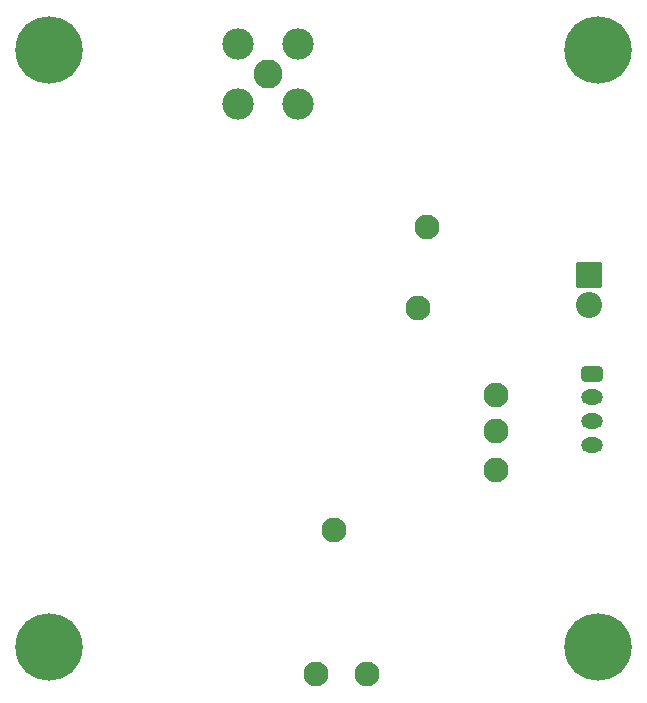
<source format=gbr>
%TF.GenerationSoftware,KiCad,Pcbnew,(6.0.0)*%
%TF.CreationDate,2022-01-03T15:46:07-05:00*%
%TF.ProjectId,LMX2332V01,4c4d5832-3333-4325-9630-312e6b696361,rev?*%
%TF.SameCoordinates,Original*%
%TF.FileFunction,Soldermask,Bot*%
%TF.FilePolarity,Negative*%
%FSLAX46Y46*%
G04 Gerber Fmt 4.6, Leading zero omitted, Abs format (unit mm)*
G04 Created by KiCad (PCBNEW (6.0.0)) date 2022-01-03 15:46:07*
%MOMM*%
%LPD*%
G01*
G04 APERTURE LIST*
G04 Aperture macros list*
%AMRoundRect*
0 Rectangle with rounded corners*
0 $1 Rounding radius*
0 $2 $3 $4 $5 $6 $7 $8 $9 X,Y pos of 4 corners*
0 Add a 4 corners polygon primitive as box body*
4,1,4,$2,$3,$4,$5,$6,$7,$8,$9,$2,$3,0*
0 Add four circle primitives for the rounded corners*
1,1,$1+$1,$2,$3*
1,1,$1+$1,$4,$5*
1,1,$1+$1,$6,$7*
1,1,$1+$1,$8,$9*
0 Add four rect primitives between the rounded corners*
20,1,$1+$1,$2,$3,$4,$5,0*
20,1,$1+$1,$4,$5,$6,$7,0*
20,1,$1+$1,$6,$7,$8,$9,0*
20,1,$1+$1,$8,$9,$2,$3,0*%
G04 Aperture macros list end*
%ADD10RoundRect,0.050800X-1.050000X1.050000X-1.050000X-1.050000X1.050000X-1.050000X1.050000X1.050000X0*%
%ADD11C,2.201600*%
%ADD12C,2.463800*%
%ADD13C,2.654300*%
%ADD14RoundRect,0.300800X-0.625000X0.350000X-0.625000X-0.350000X0.625000X-0.350000X0.625000X0.350000X0*%
%ADD15O,1.851600X1.301600*%
%ADD16C,5.701600*%
%ADD17C,2.101600*%
G04 APERTURE END LIST*
D10*
%TO.C,J3*%
X153670000Y-76200000D03*
D11*
X153670000Y-78740000D03*
%TD*%
D12*
%TO.C,J1*%
X126492000Y-59182000D03*
D13*
X123952000Y-56642000D03*
X129032000Y-56642000D03*
X129032000Y-61722000D03*
X123952000Y-61722000D03*
%TD*%
D14*
%TO.C,J2*%
X153924000Y-84582000D03*
D15*
X153924000Y-86582000D03*
X153924000Y-88582000D03*
X153924000Y-90582000D03*
%TD*%
D16*
%TO.C,H1*%
X154432000Y-57150000D03*
%TD*%
%TO.C,H2*%
X107950000Y-107696000D03*
%TD*%
%TO.C,H3*%
X107950000Y-57150000D03*
%TD*%
%TO.C,H4*%
X154432000Y-107696000D03*
%TD*%
D17*
%TO.C,CLK1*%
X145796000Y-92710000D03*
%TD*%
%TO.C,5V0*%
X139954000Y-72136000D03*
%TD*%
%TO.C,GND1*%
X139192000Y-78994000D03*
%TD*%
%TO.C,FoLD1*%
X132080000Y-97790000D03*
%TD*%
%TO.C,LE1*%
X145796000Y-86360000D03*
%TD*%
%TO.C,VCont1*%
X130556000Y-109982000D03*
%TD*%
%TO.C,D3*%
X145796000Y-89408000D03*
%TD*%
%TO.C,3V0*%
X134874000Y-109982000D03*
%TD*%
M02*

</source>
